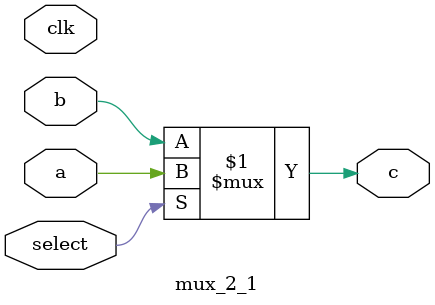
<source format=sv>
`timescale 1us/1ns

module mux_2_1 (
    input logic clk,
    input logic a,
    input logic b,
    input logic select,
    output logic c
  );

  assign  c = select ? a : b;

endmodule

</source>
